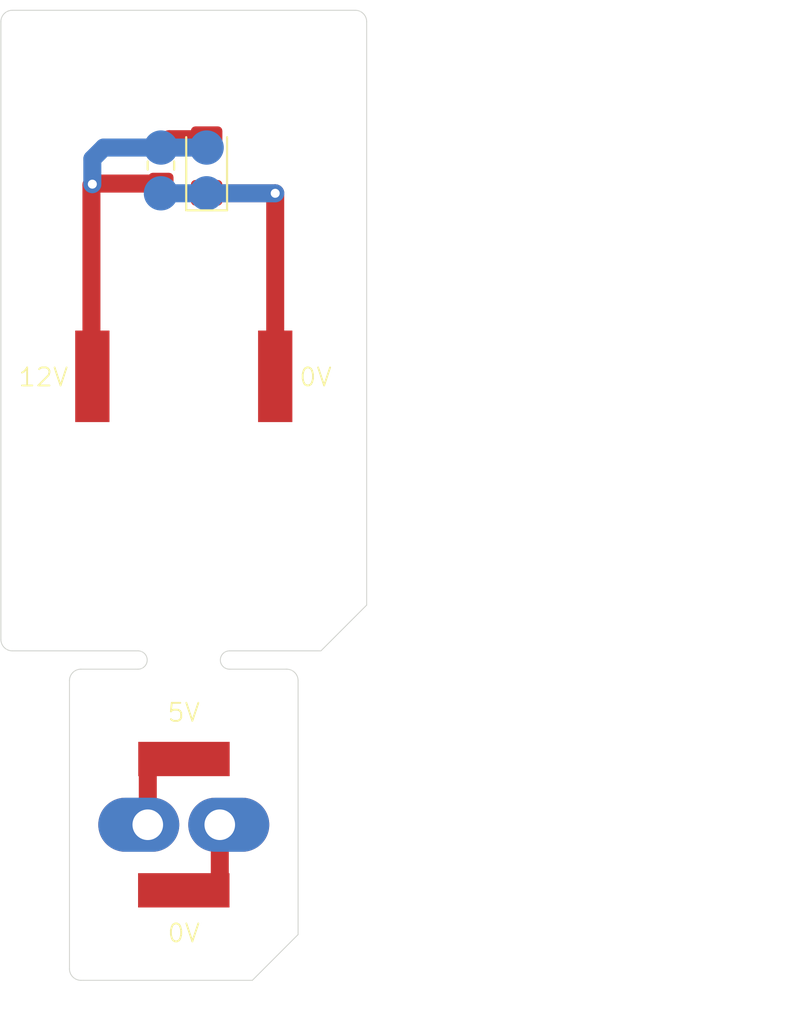
<source format=kicad_pcb>
(kicad_pcb (version 20241229) (generator "pcbnew") (generator_version "9.0")
  (layers (0 "F.Cu" signal) (2 "B.Cu" signal) (13 "F.Paste" user) (15 "B.Paste" user) (5 "F.SilkS" user "F.Silkscreen") (7 "B.SilkS" user "B.Silkscreen") (1 "F.Mask" user) (3 "B.Mask" user) (25 "Edge.Cuts" user))
  (net 0 "")
  (net 1 "/BMW_0V")
  (net 2 "/BMW_12V")
  (net 3 "/TOMTOM_5V")
  (net 4 "/TOMTOM_0V")
  (net 5 "Net-(D1-A)")
  (footprint "LED_SMD:LED_1206_3216Metric_Pad1.42x1.75mm_HandSolder" (layer "F.Cu") (at 153.67 56.905 90)
    (property "Reference" "D1" (hide yes))
    (property "Value" "LED" (hide yes))
    (fp_line (start 1.6 -1.135) (end -2.46 -1.135) (stroke (width 0.12)) (layer "F.SilkS"))
    (fp_line (start -2.46 -1.135) (end -2.46 1.135) (stroke (width 0.12)) (layer "F.SilkS"))
    (fp_line (start -2.46 1.135) (end 1.6 1.135) (stroke (width 0.12)) (layer "F.SilkS"))
    (pad "1" smd roundrect (at -1.4875 0 90) (size 1.425 1.75) (layers "F.Cu" "F.Mask" "F.Paste") (roundrect_rratio 0.175439) (net 1 "/BMW_0V"))
    (pad "2" smd roundrect (at 1.4875 0 90) (size 1.425 1.75) (layers "F.Cu" "F.Mask" "F.Paste") (roundrect_rratio 0.175439) (net 5 "Net-(D1-A)"))
  )
  (footprint "CustomLibraryFootprints:Wire Solder Pad" (layer "F.Cu") (at 152.4 97.112 -90)
    (property "Reference" "J3" (hide yes))
    (property "Value" "Conn_01x01_Pin" (hide yes))
    (pad "1" smd rect (at 0 0 270) (size 1.905 5.08) (layers "F.Cu" "F.Mask" "F.Paste") (net 4 "/TOMTOM_0V"))
  )
  (footprint "Resistor_SMD:R_0805_2012Metric_Pad1.20x1.40mm_HandSolder" (layer "F.Cu") (at 151.13 56.88 -90)
    (property "Reference" "R1" (hide yes))
    (property "Value" "R" (hide yes))
    (fp_line (start -0.227064 0.735) (end 0.227064 0.735) (stroke (width 0.12)) (layer "F.SilkS"))
    (fp_line (start -0.227064 -0.735) (end 0.227064 -0.735) (stroke (width 0.12)) (layer "F.SilkS"))
    (pad "1" smd roundrect (at -1 0 270) (size 1.2 1.4) (layers "F.Cu" "F.Mask" "F.Paste") (roundrect_rratio 0.208333) (net 5 "Net-(D1-A)"))
    (pad "2" smd roundrect (at 1 0 270) (size 1.2 1.4) (layers "F.Cu" "F.Mask" "F.Paste") (roundrect_rratio 0.208333) (net 2 "/BMW_12V"))
  )
  (footprint "CustomLibraryFootprints:Wire Solder Pad" (layer "F.Cu") (at 152.41 89.823 -90)
    (property "Reference" "J2" (hide yes))
    (property "Value" "Conn_01x01_Pin" (hide yes))
    (pad "1" smd rect (at 0 0 270) (size 1.905 5.08) (layers "F.Cu" "F.Mask" "F.Paste") (net 3 "/TOMTOM_5V"))
  )
  (footprint "CustomLibraryFootprints:Wire Solder Pad" (layer "F.Cu") (at 147.32 68.58 180)
    (property "Reference" "J1" (hide yes))
    (property "Value" "Conn_01x01_Pin" (hide yes))
    (pad "1" smd rect (at 0 0 180) (size 1.905 5.08) (layers "F.Cu" "F.Mask" "F.Paste") (net 2 "/BMW_12V"))
  )
  (footprint "CustomLibraryFootprints:Wire Solder Pad" (layer "F.Cu") (at 157.48 68.58 180)
    (property "Reference" "J4" (hide yes))
    (property "Value" "Conn_01x01_Pin" (hide yes))
    (pad "1" smd rect (at 0 0 180) (size 1.905 5.08) (layers "F.Cu" "F.Mask" "F.Paste") (net 1 "/BMW_0V"))
  )
  (footprint "CustomLibraryFootprints:TomTomPogoPins" (layer "F.Cu") (at 154.4 93.472 180)
    (property "Reference" "U2" (hide yes))
    (property "Value" "~" (hide yes))
    (pad "1" thru_hole oval (at 0 0 180) (size 4.5 3) (drill 1.7 (offset -0.5 0)) (layers "*.Cu" "*.Mask") (net 4 "/TOMTOM_0V"))
    (pad "2" thru_hole oval (at 4 0 180) (size 4.5 3) (drill 1.7 (offset 0.5 0)) (layers "*.Cu" "*.Mask") (net 3 "/TOMTOM_5V"))
  )
  (footprint "CustomLibraryFootprints:BMWNavConnector" (layer "B.Cu") (at 151.13 76.2 180)
    (property "Reference" "U1" (hide yes))
    (property "Value" "~" (hide yes))
    (pad "" np_thru_hole circle (at -2.54 0 180) (size 1.905 1.905) (drill 1.905) (layers "*.Cu" "*.Mask"))
    (pad "" np_thru_hole circle (at -2.54 2.54 180) (size 1.905 1.905) (drill 1.905) (layers "*.Cu" "*.Mask"))
    (pad "" np_thru_hole circle (at -2.54 5.08 180) (size 1.905 1.905) (drill 1.905) (layers "*.Cu" "*.Mask"))
    (pad "" np_thru_hole circle (at -2.54 7.62 180) (size 1.905 1.905) (drill 1.905) (layers "*.Cu" "*.Mask"))
    (pad "" np_thru_hole circle (at -2.54 10.16 180) (size 1.905 1.905) (drill 1.905) (layers "*.Cu" "*.Mask"))
    (pad "" np_thru_hole circle (at -2.54 12.7 180) (size 1.905 1.905) (drill 1.905) (layers "*.Cu" "*.Mask"))
    (pad "" np_thru_hole circle (at -2.54 15.24 180) (size 1.905 1.905) (drill 1.905) (layers "*.Cu" "*.Mask"))
    (pad "" np_thru_hole circle (at 0 0 180) (size 1.905 1.905) (drill 1.905) (layers "*.Cu" "*.Mask"))
    (pad "" np_thru_hole circle (at 0 2.54 180) (size 1.905 1.905) (drill 1.905) (layers "*.Cu" "*.Mask"))
    (pad "" np_thru_hole circle (at 0 5.08 180) (size 1.905 1.905) (drill 1.905) (layers "*.Cu" "*.Mask"))
    (pad "" np_thru_hole circle (at 0 7.62 180) (size 1.905 1.905) (drill 1.905) (layers "*.Cu" "*.Mask"))
    (pad "" np_thru_hole circle (at 0 10.16 180) (size 1.905 1.905) (drill 1.905) (layers "*.Cu" "*.Mask"))
    (pad "" np_thru_hole circle (at 0 12.7 180) (size 1.905 1.905) (drill 1.905) (layers "*.Cu" "*.Mask"))
    (pad "" np_thru_hole circle (at 0 15.24 180) (size 1.905 1.905) (drill 1.905) (layers "*.Cu" "*.Mask"))
    (pad "15" smd circle (at -2.54 17.78 180) (size 1.905 1.905) (layers "B.Cu" "B.Mask" "B.Paste") (net 1 "/BMW_0V"))
    (pad "16" smd circle (at 0 17.78 180) (size 1.905 1.905) (layers "B.Cu" "B.Mask" "B.Paste") (net 1 "/BMW_0V"))
    (pad "17" smd circle (at -2.54 20.32 180) (size 1.905 1.905) (layers "B.Cu" "B.Mask" "B.Paste") (net 2 "/BMW_12V"))
    (pad "18" smd circle (at 0 20.32 180) (size 1.905 1.905) (layers "B.Cu" "B.Mask" "B.Paste") (net 2 "/BMW_12V"))
  )
  (gr_arc (start 158.115 84.836) (mid 158.564013 85.021987) (end 158.75 85.471) (stroke (width 0.05)) (layer "Edge.Cuts"))
  (gr_arc (start 142.24 48.895) (mid 142.425987 48.445987) (end 142.875 48.26) (stroke (width 0.05)) (layer "Edge.Cuts"))
  (gr_line (start 158.115 84.836) (end 154.94 84.836) (stroke (width 0.05)) (layer "Edge.Cuts"))
  (gr_line (start 146.685 102.108) (end 156.21 102.108) (stroke (width 0.05)) (layer "Edge.Cuts"))
  (gr_line (start 142.875 83.82) (end 149.86 83.82) (stroke (width 0.05)) (layer "Edge.Cuts"))
  (gr_line (start 162.56 81.28) (end 160.02 83.82) (stroke (width 0.05)) (layer "Edge.Cuts"))
  (gr_line (start 142.24 83.185) (end 142.24 48.895) (stroke (width 0.05)) (layer "Edge.Cuts"))
  (gr_line (start 154.94 83.82) (end 160.02 83.82) (stroke (width 0.05)) (layer "Edge.Cuts"))
  (gr_line (start 162.56 48.895) (end 162.56 81.28) (stroke (width 0.05)) (layer "Edge.Cuts"))
  (gr_arc (start 154.94 84.836) (mid 154.432 84.328) (end 154.94 83.82) (stroke (width 0.05)) (layer "Edge.Cuts"))
  (gr_arc (start 142.875 83.82) (mid 142.425987 83.634013) (end 142.24 83.185) (stroke (width 0.05)) (layer "Edge.Cuts"))
  (gr_arc (start 161.925 48.26) (mid 162.374013 48.445987) (end 162.56 48.895) (stroke (width 0.05)) (layer "Edge.Cuts"))
  (gr_arc (start 146.685 102.108) (mid 146.235987 101.922013) (end 146.05 101.473) (stroke (width 0.05)) (layer "Edge.Cuts"))
  (gr_arc (start 149.86 83.82) (mid 150.368 84.328) (end 149.86 84.836) (stroke (width 0.05)) (layer "Edge.Cuts"))
  (gr_line (start 158.75 99.568) (end 156.21 102.108) (stroke (width 0.05)) (layer "Edge.Cuts"))
  (gr_line (start 146.05 85.471) (end 146.05 101.473) (stroke (width 0.05)) (layer "Edge.Cuts"))
  (gr_line (start 149.86 84.836) (end 146.685 84.836) (stroke (width 0.05)) (layer "Edge.Cuts"))
  (gr_line (start 142.875 48.26) (end 161.925 48.26) (stroke (width 0.05)) (layer "Edge.Cuts"))
  (gr_arc (start 146.05 85.471) (mid 146.235987 85.021987) (end 146.685 84.836) (stroke (width 0.05)) (layer "Edge.Cuts"))
  (gr_line (start 158.75 85.471) (end 158.75 99.568) (stroke (width 0.05)) (layer "Edge.Cuts"))
  (gr_text "0V" (at 152.4 100.077 0) (layer "F.SilkS") (effects (font (size 1 1) (thickness 0.1)) (justify bottom)))
  (gr_text "5V" (at 152.4 87.832 0) (layer "F.SilkS") (effects (font (size 1 1) (thickness 0.1)) (justify bottom)))
  (gr_text "12V" (at 146.05 69.215 0) (layer "F.SilkS") (effects (font (size 1 1) (thickness 0.1)) (justify right bottom)))
  (gr_text "0V" (at 158.75 69.215 0) (layer "F.SilkS") (effects (font (size 1 1) (thickness 0.1)) (justify left bottom)))
  (segment (start 157.48 58.42) (end 153.67 58.42) (width 1) (layer "F.Cu") (net 1))
  (segment (start 157.48 68.58) (end 157.48 58.42) (width 1) (layer "F.Cu") (net 1))
  (via (at 157.48 58.42) (size 1) (drill 0.5) (layers "F.Cu" "B.Cu") (net 1))
  (segment (start 153.67 58.42) (end 157.48 58.42) (width 1) (layer "B.Cu") (net 1))
  (segment (start 151.13 58.42) (end 153.67 58.42) (width 1) (layer "B.Cu") (net 1))
  (segment (start 147.32 67.91) (end 147.27 67.86) (width 1) (layer "F.Cu") (net 2))
  (segment (start 147.27 67.86) (end 147.27 57.962) (width 1) (layer "F.Cu") (net 2))
  (segment (start 151.13 57.88) (end 147.352 57.88) (width 1) (layer "F.Cu") (net 2))
  (segment (start 147.27 57.962) (end 147.32 57.912) (width 1) (layer "F.Cu") (net 2))
  (segment (start 147.352 57.88) (end 147.32 57.912) (width 1) (layer "F.Cu") (net 2))
  (segment (start 147.32 68.58) (end 147.32 67.91) (width 1) (layer "F.Cu") (net 2))
  (via (at 147.32 57.912) (size 1) (drill 0.5) (layers "F.Cu" "B.Cu") (net 2))
  (segment (start 147.32 56.515) (end 147.32 57.912) (width 1) (layer "B.Cu") (net 2))
  (segment (start 147.955 55.88) (end 147.32 56.515) (width 1) (layer "B.Cu") (net 2))
  (segment (start 151.13 55.88) (end 147.955 55.88) (width 1) (layer "B.Cu") (net 2))
  (segment (start 153.67 55.88) (end 151.13 55.88) (width 1) (layer "B.Cu") (net 2))
  (segment (start 150.96 89.867) (end 150.4 90.427) (width 1) (layer "F.Cu") (net 3))
  (segment (start 150.4 93.472) (end 150.4 90.427) (width 1) (layer "F.Cu") (net 3))
  (segment (start 152.23 89.867) (end 150.96 89.867) (width 1) (layer "F.Cu") (net 3))
  (segment (start 153.79 97.062) (end 154.4 96.452) (width 1) (layer "F.Cu") (net 4))
  (segment (start 152.23 97.106) (end 153.246 97.106) (width 1) (layer "F.Cu") (net 4))
  (segment (start 154.4 96.452) (end 154.4 93.472) (width 1) (layer "F.Cu") (net 4))
  (segment (start 152.41 97.062) (end 153.79 97.062) (width 1) (layer "F.Cu") (net 4))
  (segment (start 153.67 55.4175) (end 151.5925 55.4175) (width 1) (layer "F.Cu") (net 5))
  (segment (start 151.5925 55.4175) (end 151.13 55.88) (width 1) (layer "F.Cu") (net 5))
)
</source>
